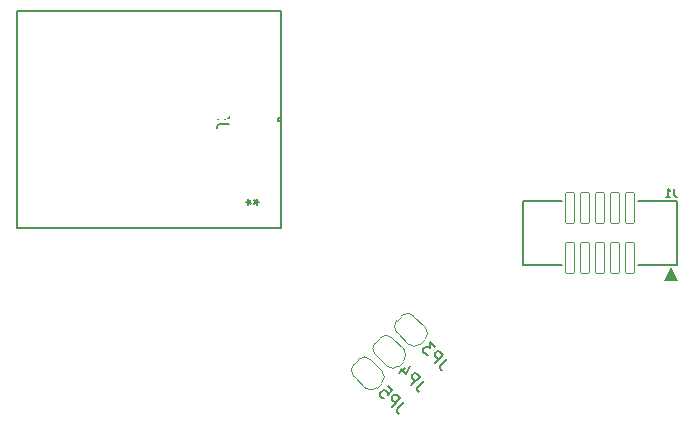
<source format=gbr>
%TF.GenerationSoftware,KiCad,Pcbnew,7.0.1*%
%TF.CreationDate,2023-07-16T00:33:22-07:00*%
%TF.ProjectId,flight_computer_dev_board_rfm98pw,666c6967-6874-45f6-936f-6d7075746572,rev?*%
%TF.SameCoordinates,Original*%
%TF.FileFunction,Legend,Bot*%
%TF.FilePolarity,Positive*%
%FSLAX46Y46*%
G04 Gerber Fmt 4.6, Leading zero omitted, Abs format (unit mm)*
G04 Created by KiCad (PCBNEW 7.0.1) date 2023-07-16 00:33:22*
%MOMM*%
%LPD*%
G01*
G04 APERTURE LIST*
G04 Aperture macros list*
%AMRoundRect*
0 Rectangle with rounded corners*
0 $1 Rounding radius*
0 $2 $3 $4 $5 $6 $7 $8 $9 X,Y pos of 4 corners*
0 Add a 4 corners polygon primitive as box body*
4,1,4,$2,$3,$4,$5,$6,$7,$8,$9,$2,$3,0*
0 Add four circle primitives for the rounded corners*
1,1,$1+$1,$2,$3*
1,1,$1+$1,$4,$5*
1,1,$1+$1,$6,$7*
1,1,$1+$1,$8,$9*
0 Add four rect primitives between the rounded corners*
20,1,$1+$1,$2,$3,$4,$5,0*
20,1,$1+$1,$4,$5,$6,$7,0*
20,1,$1+$1,$6,$7,$8,$9,0*
20,1,$1+$1,$8,$9,$2,$3,0*%
%AMFreePoly0*
4,1,19,0.499999,-0.750000,0.000000,-0.750000,0.000000,-0.744912,-0.071157,-0.744911,-0.207708,-0.704816,-0.327430,-0.627875,-0.420627,-0.520320,-0.479746,-0.390866,-0.500000,-0.250000,-0.500000,0.250000,-0.479746,0.390866,-0.420627,0.520320,-0.327430,0.627875,-0.207708,0.704816,-0.071157,0.744911,0.000000,0.744912,0.000000,0.750000,0.499999,0.750000,0.499999,-0.750000,0.499999,-0.750000,
$1*%
%AMFreePoly1*
4,1,19,0.000000,0.744912,0.071157,0.744911,0.207708,0.704816,0.327430,0.627875,0.420627,0.520320,0.479746,0.390866,0.500000,0.250000,0.500000,-0.250000,0.479746,-0.390866,0.420627,-0.520320,0.327430,-0.627875,0.207708,-0.704816,0.071157,-0.744911,0.000000,-0.744912,0.000000,-0.750000,-0.499999,-0.750000,-0.499999,0.750000,0.000000,0.750000,0.000000,0.744912,0.000000,0.744912,
$1*%
G04 Aperture macros list end*
%ADD10C,0.146304*%
%ADD11C,0.150000*%
%ADD12C,0.127000*%
%ADD13C,0.120000*%
%ADD14C,0.152400*%
%ADD15C,2.050000*%
%ADD16C,2.250000*%
%ADD17C,5.000000*%
%ADD18C,2.000000*%
%ADD19O,2.416000X1.208000*%
%ADD20R,1.700000X1.700000*%
%ADD21O,1.700000X1.700000*%
%ADD22C,1.000000*%
%ADD23RoundRect,0.050800X0.380000X1.300000X-0.380000X1.300000X-0.380000X-1.300000X0.380000X-1.300000X0*%
%ADD24FreePoly0,135.000000*%
%ADD25FreePoly1,135.000000*%
%ADD26C,3.251200*%
%ADD27C,1.397000*%
%ADD28C,2.108200*%
G04 APERTURE END LIST*
D10*
%TO.C,J1*%
X204690883Y-93631937D02*
X204690883Y-94108006D01*
X204690883Y-94108006D02*
X204722620Y-94203220D01*
X204722620Y-94203220D02*
X204786096Y-94266696D01*
X204786096Y-94266696D02*
X204881310Y-94298433D01*
X204881310Y-94298433D02*
X204944786Y-94298433D01*
X204024387Y-94298433D02*
X204405242Y-94298433D01*
X204214814Y-94298433D02*
X204214814Y-93631937D01*
X204214814Y-93631937D02*
X204278290Y-93727151D01*
X204278290Y-93727151D02*
X204341766Y-93790627D01*
X204341766Y-93790627D02*
X204405242Y-93822365D01*
D11*
%TO.C,JP5*%
X181859241Y-111729270D02*
X181354165Y-112234346D01*
X181354165Y-112234346D02*
X181286821Y-112369033D01*
X181286821Y-112369033D02*
X181286821Y-112503720D01*
X181286821Y-112503720D02*
X181354165Y-112638407D01*
X181354165Y-112638407D02*
X181421508Y-112705750D01*
X180815417Y-112099659D02*
X181522523Y-111392552D01*
X181522523Y-111392552D02*
X181253149Y-111123178D01*
X181253149Y-111123178D02*
X181152134Y-111089506D01*
X181152134Y-111089506D02*
X181084791Y-111089506D01*
X181084791Y-111089506D02*
X180983775Y-111123178D01*
X180983775Y-111123178D02*
X180882760Y-111224193D01*
X180882760Y-111224193D02*
X180849088Y-111325208D01*
X180849088Y-111325208D02*
X180849088Y-111392552D01*
X180849088Y-111392552D02*
X180882760Y-111493567D01*
X180882760Y-111493567D02*
X181152134Y-111762941D01*
X180478699Y-110348728D02*
X180815417Y-110685445D01*
X180815417Y-110685445D02*
X180512371Y-111055834D01*
X180512371Y-111055834D02*
X180512371Y-110988491D01*
X180512371Y-110988491D02*
X180478699Y-110887476D01*
X180478699Y-110887476D02*
X180310340Y-110719117D01*
X180310340Y-110719117D02*
X180209325Y-110685445D01*
X180209325Y-110685445D02*
X180141981Y-110685445D01*
X180141981Y-110685445D02*
X180040966Y-110719117D01*
X180040966Y-110719117D02*
X179872607Y-110887476D01*
X179872607Y-110887476D02*
X179838936Y-110988491D01*
X179838936Y-110988491D02*
X179838936Y-111055834D01*
X179838936Y-111055834D02*
X179872607Y-111156850D01*
X179872607Y-111156850D02*
X180040966Y-111325208D01*
X180040966Y-111325208D02*
X180141981Y-111358880D01*
X180141981Y-111358880D02*
X180209325Y-111358880D01*
%TO.C,J5*%
X167027381Y-88118333D02*
X166313096Y-88118333D01*
X166313096Y-88118333D02*
X166170239Y-88165952D01*
X166170239Y-88165952D02*
X166075001Y-88261190D01*
X166075001Y-88261190D02*
X166027381Y-88404047D01*
X166027381Y-88404047D02*
X166027381Y-88499285D01*
X167027381Y-87165952D02*
X167027381Y-87642142D01*
X167027381Y-87642142D02*
X166551191Y-87689761D01*
X166551191Y-87689761D02*
X166598810Y-87642142D01*
X166598810Y-87642142D02*
X166646429Y-87546904D01*
X166646429Y-87546904D02*
X166646429Y-87308809D01*
X166646429Y-87308809D02*
X166598810Y-87213571D01*
X166598810Y-87213571D02*
X166551191Y-87165952D01*
X166551191Y-87165952D02*
X166455953Y-87118333D01*
X166455953Y-87118333D02*
X166217858Y-87118333D01*
X166217858Y-87118333D02*
X166122620Y-87165952D01*
X166122620Y-87165952D02*
X166075001Y-87213571D01*
X166075001Y-87213571D02*
X166027381Y-87308809D01*
X166027381Y-87308809D02*
X166027381Y-87546904D01*
X166027381Y-87546904D02*
X166075001Y-87642142D01*
X166075001Y-87642142D02*
X166122620Y-87689761D01*
X169567381Y-94769999D02*
X169329286Y-94769999D01*
X169424524Y-95008094D02*
X169329286Y-94769999D01*
X169329286Y-94769999D02*
X169424524Y-94531904D01*
X169138810Y-94912856D02*
X169329286Y-94769999D01*
X169329286Y-94769999D02*
X169138810Y-94627142D01*
X168492620Y-94770000D02*
X168730715Y-94770000D01*
X168635477Y-94531905D02*
X168730715Y-94770000D01*
X168730715Y-94770000D02*
X168635477Y-95008095D01*
X168921191Y-94627143D02*
X168730715Y-94770000D01*
X168730715Y-94770000D02*
X168921191Y-94912857D01*
%TO.C,JP4*%
X183529241Y-109889270D02*
X183024165Y-110394346D01*
X183024165Y-110394346D02*
X182956821Y-110529033D01*
X182956821Y-110529033D02*
X182956821Y-110663720D01*
X182956821Y-110663720D02*
X183024165Y-110798407D01*
X183024165Y-110798407D02*
X183091508Y-110865750D01*
X182485417Y-110259659D02*
X183192523Y-109552552D01*
X183192523Y-109552552D02*
X182923149Y-109283178D01*
X182923149Y-109283178D02*
X182822134Y-109249506D01*
X182822134Y-109249506D02*
X182754791Y-109249506D01*
X182754791Y-109249506D02*
X182653775Y-109283178D01*
X182653775Y-109283178D02*
X182552760Y-109384193D01*
X182552760Y-109384193D02*
X182519088Y-109485208D01*
X182519088Y-109485208D02*
X182519088Y-109552552D01*
X182519088Y-109552552D02*
X182552760Y-109653567D01*
X182552760Y-109653567D02*
X182822134Y-109922941D01*
X181946668Y-108778102D02*
X181475264Y-109249506D01*
X182384401Y-108677086D02*
X182047684Y-109350521D01*
X182047684Y-109350521D02*
X181609951Y-108912789D01*
%TO.C,JP3*%
X185489241Y-108039270D02*
X184984165Y-108544346D01*
X184984165Y-108544346D02*
X184916821Y-108679033D01*
X184916821Y-108679033D02*
X184916821Y-108813720D01*
X184916821Y-108813720D02*
X184984165Y-108948407D01*
X184984165Y-108948407D02*
X185051508Y-109015750D01*
X184445417Y-108409659D02*
X185152523Y-107702552D01*
X185152523Y-107702552D02*
X184883149Y-107433178D01*
X184883149Y-107433178D02*
X184782134Y-107399506D01*
X184782134Y-107399506D02*
X184714791Y-107399506D01*
X184714791Y-107399506D02*
X184613775Y-107433178D01*
X184613775Y-107433178D02*
X184512760Y-107534193D01*
X184512760Y-107534193D02*
X184479088Y-107635208D01*
X184479088Y-107635208D02*
X184479088Y-107702552D01*
X184479088Y-107702552D02*
X184512760Y-107803567D01*
X184512760Y-107803567D02*
X184782134Y-108072941D01*
X184512760Y-107062789D02*
X184075027Y-106625056D01*
X184075027Y-106625056D02*
X184041355Y-107130132D01*
X184041355Y-107130132D02*
X183940340Y-107029117D01*
X183940340Y-107029117D02*
X183839325Y-106995445D01*
X183839325Y-106995445D02*
X183771981Y-106995445D01*
X183771981Y-106995445D02*
X183670966Y-107029117D01*
X183670966Y-107029117D02*
X183502607Y-107197476D01*
X183502607Y-107197476D02*
X183468936Y-107298491D01*
X183468936Y-107298491D02*
X183468936Y-107365834D01*
X183468936Y-107365834D02*
X183502607Y-107466850D01*
X183502607Y-107466850D02*
X183704638Y-107668880D01*
X183704638Y-107668880D02*
X183805653Y-107702552D01*
X183805653Y-107702552D02*
X183872997Y-107702552D01*
D12*
%TO.C,J1*%
X204940000Y-100080000D02*
X201640000Y-100080000D01*
X204940000Y-94680000D02*
X204940000Y-100080000D01*
X201640000Y-94680000D02*
X204940000Y-94680000D01*
X195240000Y-94680000D02*
X191940000Y-94680000D01*
X191940000Y-100080000D02*
X195240000Y-100080000D01*
X191940000Y-94680000D02*
X191940000Y-100080000D01*
G36*
X205042745Y-101443500D02*
G01*
X203837255Y-101443500D01*
X204440000Y-100238010D01*
X205042745Y-101443500D01*
G37*
D13*
%TO.C,JP5*%
X179567817Y-110482082D02*
X179992082Y-110057817D01*
X179992082Y-109067868D02*
X179002132Y-108077918D01*
X177587918Y-109492132D02*
X178577868Y-110482082D01*
X178012183Y-108077918D02*
X177587918Y-108502183D01*
X178577869Y-110482081D02*
G75*
G03*
X179567816Y-110482081I494974J494973D01*
G01*
X179992082Y-110057817D02*
G75*
G03*
X179992082Y-109067868I-494974J494974D01*
G01*
X177587918Y-108502183D02*
G75*
G03*
X177587918Y-109492132I494975J-494974D01*
G01*
X179002131Y-108077919D02*
G75*
G03*
X178012183Y-108077918I-494974J-494974D01*
G01*
D14*
%TO.C,J5*%
X149135001Y-96979800D02*
X149135001Y-78590200D01*
X171487001Y-96979800D02*
X149135001Y-96979800D01*
X171233001Y-87912000D02*
X171233001Y-87658000D01*
X171487001Y-87912000D02*
X171233001Y-87912000D01*
X171233001Y-87658000D02*
X171487001Y-87658000D01*
X171487001Y-87658000D02*
X171487001Y-87912000D01*
X149135001Y-78590200D02*
X171487001Y-78590200D01*
X171487001Y-78590200D02*
X171487001Y-96979800D01*
D13*
%TO.C,JP4*%
X181398198Y-108642463D02*
X181822463Y-108218198D01*
X181822463Y-107228249D02*
X180832513Y-106238299D01*
X179418299Y-107652513D02*
X180408249Y-108642463D01*
X179842564Y-106238299D02*
X179418299Y-106662564D01*
X180408250Y-108642462D02*
G75*
G03*
X181398197Y-108642462I494974J494973D01*
G01*
X181822463Y-108218198D02*
G75*
G03*
X181822463Y-107228249I-494974J494974D01*
G01*
X179418299Y-106662564D02*
G75*
G03*
X179418299Y-107652513I494975J-494974D01*
G01*
X180832512Y-106238300D02*
G75*
G03*
X179842564Y-106238299I-494974J-494974D01*
G01*
%TO.C,JP3*%
X183227817Y-106782082D02*
X183652082Y-106357817D01*
X183652082Y-105367868D02*
X182662132Y-104377918D01*
X181247918Y-105792132D02*
X182237868Y-106782082D01*
X181672183Y-104377918D02*
X181247918Y-104802183D01*
X182237869Y-106782081D02*
G75*
G03*
X183227816Y-106782081I494974J494973D01*
G01*
X183652082Y-106357817D02*
G75*
G03*
X183652082Y-105367868I-494974J494974D01*
G01*
X181247918Y-104802183D02*
G75*
G03*
X181247918Y-105792132I494975J-494974D01*
G01*
X182662131Y-104377919D02*
G75*
G03*
X181672183Y-104377918I-494974J-494974D01*
G01*
%TD*%
%LPC*%
D15*
%TO.C,J6*%
X153170000Y-71210000D03*
D16*
X150630000Y-68670000D03*
X150630000Y-73750000D03*
X155710000Y-68670000D03*
X155710000Y-73750000D03*
%TD*%
D17*
%TO.C,*%
X227414400Y-138100000D03*
%TD*%
%TO.C,*%
X147381083Y-138100000D03*
%TD*%
D18*
%TO.C,TP2*%
X195510000Y-91320000D03*
%TD*%
%TO.C,TP1*%
X192960000Y-79300000D03*
%TD*%
D19*
%TO.C,J8*%
X224920000Y-86970000D03*
X224920000Y-79070000D03*
%TD*%
D20*
%TO.C,J3*%
X204330000Y-60190000D03*
D21*
X204330000Y-62730000D03*
X204330000Y-65270000D03*
X204330000Y-67810000D03*
X204330000Y-70350000D03*
X204330000Y-72890000D03*
%TD*%
D22*
%TO.C,J1*%
X200345000Y-97380000D03*
X196535000Y-97380000D03*
D23*
X200980000Y-99530000D03*
X200980000Y-95230000D03*
X199710000Y-99530000D03*
X199710000Y-95230000D03*
X198440000Y-99530000D03*
X198440000Y-95230000D03*
X197170000Y-99530000D03*
X197170000Y-95230000D03*
X195900000Y-99530000D03*
X195900000Y-95230000D03*
%TD*%
D24*
%TO.C,JP5*%
X179249619Y-109739619D03*
D25*
X178330381Y-108820381D03*
%TD*%
D26*
%TO.C,J5*%
X160150001Y-93500000D03*
X160150001Y-82070000D03*
D27*
X166490001Y-92230000D03*
X169030001Y-90960000D03*
X166490001Y-89690000D03*
X169030001Y-88420000D03*
X166490001Y-87150000D03*
X169030001Y-85880000D03*
X166490001Y-84610000D03*
X169030001Y-83340000D03*
X155250001Y-83999892D03*
X156770000Y-81459892D03*
X156770000Y-91569999D03*
X155250001Y-94109999D03*
D28*
X163200000Y-95560000D03*
X163200000Y-80010000D03*
%TD*%
D24*
%TO.C,JP4*%
X181080000Y-107900000D03*
D25*
X180160762Y-106980762D03*
%TD*%
D24*
%TO.C,JP3*%
X182909619Y-106039619D03*
D25*
X181990381Y-105120381D03*
%TD*%
M02*

</source>
